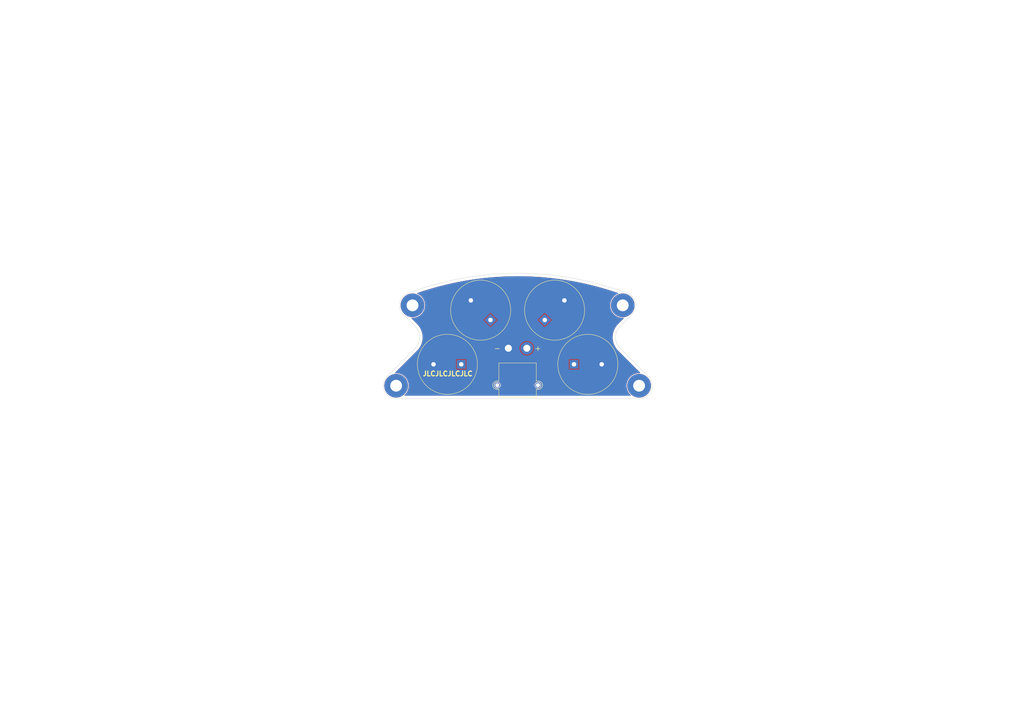
<source format=kicad_pcb>
(kicad_pcb (version 20240108) (generator "pcbnew") (generator_version "8.0")
  (layers (0 "F.Cu" signal) (31 "B.Cu" signal) (34 "B.Paste" user) (35 "F.Paste" user) (36 "B.SilkS" user "B.Silkscreen") (37 "F.SilkS" user "F.Silkscreen") (38 "B.Mask" user) (39 "F.Mask" user) (44 "Edge.Cuts" user))
  (net 0 "")
  (net 1 "+24V")
  (net 2 "GNDREF")
  (footprint "Library:CP_Radial_D16.0mm_P7.50mm" (layer "F.Cu") (at 131.000001 108.630173 180)
    (property "Reference" "C1" (hide yes))
    (property "Value" "1500uF")
    (fp_circle (center 0 0) (end 8.12 0) (stroke (width 0.12)) (fill none) (layer "F.SilkS"))
    (pad "1" thru_hole rect (at -3.749999 0 180) (size 2.4 2.4) (drill 1.2) (layers "*.Cu" "*.Mask") (net 1 "+24V"))
    (pad "2" thru_hole circle (at 3.749999 0 180) (size 2.4 2.4) (drill 1.2) (layers "*.Cu" "*.Mask") (net 2 "GNDREF"))
  )
  (footprint "Library:CP_Radial_D16.0mm_P7.50mm" (layer "F.Cu") (at 140.000001 93.980173 135)
    (property "Reference" "C2" (hide yes))
    (property "Value" "1500uF")
    (fp_circle (center 0 0) (end 8.12 0) (stroke (width 0.12)) (fill none) (layer "F.SilkS"))
    (pad "1" thru_hole rect (at -3.749999 0 135) (size 2.4 2.4) (drill 1.2) (layers "*.Cu" "*.Mask") (net 1 "+24V"))
    (pad "2" thru_hole circle (at 3.749999 0 135) (size 2.4 2.4) (drill 1.2) (layers "*.Cu" "*.Mask") (net 2 "GNDREF"))
  )
  (footprint "Library:AMASS_XT30PW-M_1x02_P2.50mm_Horizontal" (layer "F.Cu") (at 147.500001 104.280173 180)
    (property "Reference" "J1" (hide yes))
    (property "Value" "Conn_01x02")
    (fp_line (start 2.56 -8.89) (end 3.15 -8.89) (stroke (width 0.12)) (layer "F.SilkS"))
    (fp_line (start 2.56 -8.89) (end 2.559999 -3.99) (stroke (width 0.12)) (layer "F.SilkS"))
    (fp_line (start 2.56 -11.11) (end 3.15 -11.11) (stroke (width 0.12)) (layer "F.SilkS"))
    (fp_line (start 2.56 -13.21) (end 2.56 -11.11) (stroke (width 0.12)) (layer "F.SilkS"))
    (fp_line (start -7.56 -3.99) (end 2.559999 -3.99) (stroke (width 0.12)) (layer "F.SilkS"))
    (fp_line (start -7.56 -8.89) (end -7.56 -3.99) (stroke (width 0.12)) (layer "F.SilkS"))
    (fp_line (start -7.56 -13.21) (end 2.56 -13.21) (stroke (width 0.12)) (layer "F.SilkS"))
    (fp_line (start -7.56 -13.21) (end -7.56 -11.11) (stroke (width 0.12)) (layer "F.SilkS"))
    (fp_line (start -8.15 -8.89) (end -7.56 -8.89) (stroke (width 0.12)) (layer "F.SilkS"))
    (fp_line (start -8.15 -11.11) (end -7.56 -11.11) (stroke (width 0.12)) (layer "F.SilkS"))
    (fp_arc (start 3.15 -11.11) (mid 4.26 -10) (end 3.15 -8.89) (stroke (width 0.12)) (layer "F.SilkS"))
    (fp_arc (start -8.15 -8.89) (mid -9.26 -10) (end -8.15 -11.11) (stroke (width 0.12)) (layer "F.SilkS"))
    (fp_text user "-" (at 3 0 180) (layer "F.SilkS") (effects (font (size 1.5 1.5))))
    (fp_text user "+" (at -8 0 180) (layer "F.SilkS") (effects (font (size 1.5 1.5))))
    (pad "" thru_hole circle (at -8 -10 180) (size 1.4 1.4) (drill 1) (layers "*.Cu" "*.Mask"))
    (pad "" thru_hole circle (at 3 -10 180) (size 1.4 1.4) (drill 1) (layers "*.Cu" "*.Mask"))
    (pad "1" thru_hole roundrect (at 0 0 180) (size 3.5 3.5) (drill 1.9) (layers "*.Cu" "*.Mask") (roundrect_rratio 0.22) (net 2 "GNDREF"))
    (pad "2" thru_hole circle (at -5 0 180) (size 3.5 3.5) (drill 1.9) (layers "*.Cu" "*.Mask") (net 1 "+24V"))
  )
  (footprint "Library:CP_Radial_D16.0mm_P7.50mm" (layer "F.Cu") (at 169.000001 108.630173)
    (property "Reference" "C4" (hide yes))
    (property "Value" "1500uF")
    (fp_circle (center 0 0) (end 8.12 0) (stroke (width 0.12)) (fill none) (layer "F.SilkS"))
    (pad "1" thru_hole rect (at -3.75 0) (size 2.4 2.4) (drill 1.2) (layers "*.Cu" "*.Mask") (net 1 "+24V"))
    (pad "2" thru_hole circle (at 3.75 0) (size 2.4 2.4) (drill 1.2) (layers "*.Cu" "*.Mask") (net 2 "GNDREF"))
  )
  (footprint "MountingHole:MountingHole_3.2mm_M3_Pad" (layer "F.Cu") (at 182.861663 114.425)
    (property "Reference" "H4" (hide yes))
    (property "Value" "MountingHole")
    (pad "1" thru_hole circle (at 0 0) (size 6.4 6.4) (drill 3.2) (layers "*.Cu" "*.Mask"))
  )
  (footprint "Library:CP_Radial_D16.0mm_P7.50mm" (layer "F.Cu") (at 160.000001 93.980173 45)
    (property "Reference" "C3" (hide yes))
    (property "Value" "1500uF")
    (fp_circle (center 0 0) (end 8.12 0) (stroke (width 0.12)) (fill none) (layer "F.SilkS"))
    (pad "1" thru_hole rect (at -3.749999 0 45) (size 2.4 2.4) (drill 1.2) (layers "*.Cu" "*.Mask") (net 1 "+24V"))
    (pad "2" thru_hole circle (at 3.749999 0 45) (size 2.4 2.4) (drill 1.2) (layers "*.Cu" "*.Mask") (net 2 "GNDREF"))
  )
  (footprint "MountingHole:MountingHole_3.2mm_M3_Pad" (layer "F.Cu") (at 117.138337 114.425)
    (property "Reference" "H3" (hide yes))
    (property "Value" "MountingHole")
    (pad "1" thru_hole circle (at 0 0) (size 6.4 6.4) (drill 3.2) (layers "*.Cu" "*.Mask"))
  )
  (footprint "MountingHole:MountingHole_3.2mm_M3_Pad" (layer "F.Cu") (at 121.567814 92.664823)
    (property "Reference" "H1" (hide yes))
    (property "Value" "MountingHole")
    (pad "1" thru_hole circle (at 0 0) (size 6.4 6.4) (drill 3.2) (layers "*.Cu" "*.Mask"))
  )
  (footprint "MountingHole:MountingHole_3.2mm_M3_Pad" (layer "F.Cu") (at 178.432186 92.664824)
    (property "Reference" "H2" (hide yes))
    (property "Value" "MountingHole")
    (pad "1" thru_hole circle (at 0 0) (size 6.4 6.4) (drill 3.2) (layers "*.Cu" "*.Mask"))
  )
  (gr_arc (start 179.665304 89.389244) (mid 181.853366 91.926053) (end 180.90706 95.139697) (stroke (width 0.1)) (layer "Edge.Cuts"))
  (gr_line (start 177.757143 98.289613) (end 180.90706 95.139697) (stroke (width 0.1)) (layer "Edge.Cuts"))
  (gr_line (start 119.09294 95.139697) (end 122.242857 98.289613) (stroke (width 0.1)) (layer "Edge.Cuts"))
  (gr_arc (start 177.757143 104.370733) (mid 176.497702 101.330172) (end 177.757143 98.289613) (stroke (width 0.1)) (layer "Edge.Cuts"))
  (gr_arc (start 117.138337 117.925) (mid 113.904767 115.764389) (end 114.663464 111.950127) (stroke (width 0.1)) (layer "Edge.Cuts"))
  (gr_line (start 117.138337 117.925) (end 182.861663 117.925) (stroke (width 0.1)) (layer "Edge.Cuts"))
  (gr_circle (center 178.432186 92.664823) (end 178.432186 92.654823) (stroke (width 0.0001)) (fill solid) (layer "Edge.Cuts"))
  (gr_line (start 122.242857 104.370733) (end 114.663464 111.950127) (stroke (width 0.1)) (layer "Edge.Cuts"))
  (gr_circle (center 121.567814 92.664823) (end 121.567814 92.654823) (stroke (width 0.0001)) (fill solid) (layer "Edge.Cuts"))
  (gr_circle (center 182.861663 114.425) (end 182.861663 114.415) (stroke (width 0.0001)) (fill solid) (layer "Edge.Cuts"))
  (gr_arc (start 122.242857 98.289613) (mid 123.5023 101.330173) (end 122.242857 104.370733) (stroke (width 0.1)) (layer "Edge.Cuts"))
  (gr_arc (start 120.334696 89.389244) (mid 150 83.990321) (end 179.665304 89.389244) (stroke (width 0.1)) (layer "Edge.Cuts"))
  (gr_line (start 185.336536 111.950126) (end 177.757143 104.370733) (stroke (width 0.1)) (layer "Edge.Cuts"))
  (gr_arc (start 119.09294 95.139697) (mid 118.146685 91.926063) (end 120.334696 89.389244) (stroke (width 0.1)) (layer "Edge.Cuts"))
  (gr_circle (center 117.138337 114.425) (end 117.138337 114.415) (stroke (width 0.0001)) (fill solid) (layer "Edge.Cuts"))
  (gr_arc (start 185.336536 111.950126) (mid 186.09524 115.764392) (end 182.861663 117.925) (stroke (width 0.1)) (layer "Edge.Cuts"))
  (gr_text "JLCJLCJLCJLC" (at 124.200001 111.930173 0) (layer "F.SilkS") (effects (font (size 1.3 1.3) (thickness 0.3) (bold yes)) (justify left bottom)))
  (zone (net 1) (net_name "+24V") (layer "F.Cu") (priority 1) (connect_pads yes (clearance 0.2)) (min_thickness 0.2) (fill yes (thermal_gap 0.5) (thermal_bridge_width 0.5) (smoothing fillet) (radius 0.2))
    (polygon (pts (xy 154.550001 106.530173) (xy 150.370001 106.550173) (xy 150.370001 101.750173) (xy 139.800001 101.730173) (xy 139.800001 111.530173) (xy 131.000001 111.530173) (xy 131.000001 93.930173) (xy 169.800001 93.930173) (xy 169.800001 111.130173) (xy 160.200001 111.130173) (xy 160.200001 101.730173) (xy 154.550001 101.730173)))
  )
  (zone (net 2) (net_name "GNDREF") (layers "F&B.Cu") (connect_pads yes (clearance 0.2)) (min_thickness 0.2) (fill yes (thermal_gap 0.5) (thermal_bridge_width 0.5) (smoothing fillet) (radius 0.2))
    (polygon (pts (xy 10.000001 10.005173) (xy 287.000001 10.005173) (xy 287.000001 200.005173) (xy 9.975001 200.005173)))
  )
)
</source>
